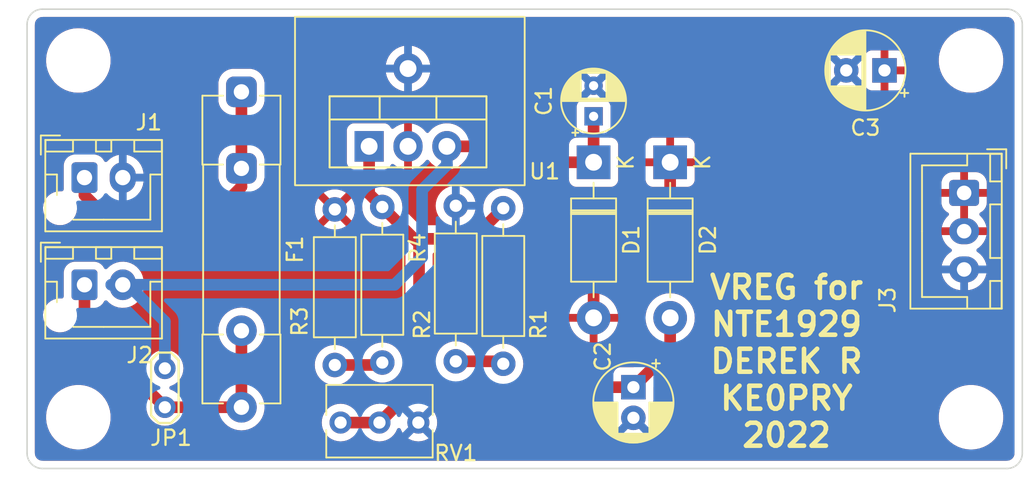
<source format=kicad_pcb>
(kicad_pcb (version 20211014) (generator pcbnew)
  (layers (0 "F.Cu" signal) (31 "B.Cu" signal) (34 "B.Paste" user) (35 "F.Paste" user) (36 "B.SilkS" user "B.Silkscreen") (37 "F.SilkS" user "F.Silkscreen") (38 "B.Mask" user) (39 "F.Mask" user) (44 "Edge.Cuts" user))
  (net 0 "")
  (net 1 "VDC")
  (net 2 "GND")
  (net 3 "Net-(C2-Pad1)")
  (net 4 "+5V")
  (net 5 "Net-(R1-Pad2)")
  (net 6 "Net-(R3-Pad2)")
  (net 7 "Net-(F1-Pad1)")
  (net 8 "Net-(F1-Pad2)")
  (footprint "TestPoint:TestPoint_2Pads_Pitch2.54mm_Drill0.8mm" (layer "F.Cu") (at 109 126 90)
    (fp_text reference "JP1" (at -2 0.4 180) (layer "F.SilkS"))
    (fp_text value "Jumper_2_Open")
    (pad "1" thru_hole circle (at 0 0 90) (size 1.4 1.4) (drill 0.8) (layers *.Cu *.Mask) (net 8 "Net-(F1-Pad2)"))
    (pad "2" thru_hole circle (at 2.54 0 90) (size 1.4 1.4) (drill 0.8) (layers *.Cu *.Mask) (net 1 "VDC"))
  )
  (footprint "Diode_THT:D_DO-41_SOD81_P10.16mm_Horizontal" (layer "F.Cu") (at 142 110 -90)
    (fp_text reference "D2" (at 5.08 -2.47 90) (layer "F.SilkS"))
    (fp_text value "1N4002")
    (fp_text user "K" (at 0 -2.1 90) (layer "F.SilkS"))
    (pad "1" thru_hole rect (at 0 0 270) (size 2.2 2.2) (drill 1.1) (layers *.Cu *.Mask) (net 4 "+5V"))
    (pad "2" thru_hole oval (at 10.16 0 270) (size 2.2 2.2) (drill 1.1) (layers *.Cu *.Mask) (net 3 "Net-(C2-Pad1)"))
  )
  (footprint "Resistor_THT:R_Axial_DIN0207_L6.3mm_D2.5mm_P10.16mm_Horizontal" (layer "F.Cu") (at 131.1 113 -90)
    (fp_text reference "R1" (at 7.6 -2.3 90) (layer "F.SilkS"))
    (fp_text value "680")
    (pad "1" thru_hole circle (at 0 0 270) (size 1.6 1.6) (drill 0.8) (layers *.Cu *.Mask) (net 3 "Net-(C2-Pad1)"))
    (pad "2" thru_hole oval (at 10.16 0 270) (size 1.6 1.6) (drill 0.8) (layers *.Cu *.Mask) (net 5 "Net-(R1-Pad2)"))
  )
  (footprint "Resistor_THT:R_Axial_DIN0207_L6.3mm_D2.5mm_P10.16mm_Horizontal" (layer "F.Cu") (at 123.2 123.08 90)
    (fp_text reference "R4" (at 7.48 2.3 90) (layer "F.SilkS"))
    (fp_text value "22")
    (pad "1" thru_hole circle (at 0 0 90) (size 1.6 1.6) (drill 0.8) (layers *.Cu *.Mask) (net 6 "Net-(R3-Pad2)"))
    (pad "2" thru_hole oval (at 10.16 0 90) (size 1.6 1.6) (drill 0.8) (layers *.Cu *.Mask) (net 3 "Net-(C2-Pad1)"))
  )
  (footprint "Fuse:Fuseholder_Clip-5x20mm_Schurter_CQM_Inline_P20.60x5.00mm_D1.00mm_Horizontal" (layer "F.Cu") (at 114 105.4 -90)
    (fp_text reference "F1" (at 10.3 -3.5 90) (layer "F.SilkS"))
    (fp_text value "Fuse")
    (pad "1" thru_hole roundrect (at 5 0 270) (size 2 2) (drill 1) (layers *.Cu *.Mask) (net 7 "Net-(F1-Pad1)"))
    (pad "1" thru_hole roundrect (at 0 0 270) (size 2 2) (drill 1) (layers *.Cu *.Mask) (net 7 "Net-(F1-Pad1)"))
    (pad "2" thru_hole circle (at 20.6 0 270) (size 2 2) (drill 1) (layers *.Cu *.Mask) (net 8 "Net-(F1-Pad2)"))
    (pad "2" thru_hole circle (at 15.6 0 270) (size 2 2) (drill 1) (layers *.Cu *.Mask) (net 8 "Net-(F1-Pad2)"))
  )
  (footprint "Capacitor_THT:CP_Radial_D5.0mm_P2.00mm" (layer "F.Cu") (at 139.6 124.689776 -90)
    (fp_text reference "C2" (at -2 2 90) (layer "F.SilkS"))
    (fp_text value "10u")
    (pad "1" thru_hole rect (at 0 0 270) (size 1.6 1.6) (drill 0.8) (layers *.Cu *.Mask) (net 3 "Net-(C2-Pad1)"))
    (pad "2" thru_hole circle (at 2 0 270) (size 1.6 1.6) (drill 0.8) (layers *.Cu *.Mask) (net 2 "GND"))
  )
  (footprint "Connector_JST:JST_XH_B2B-XH-AM_1x02_P2.50mm_Vertical" (layer "F.Cu") (at 103.75 111)
    (fp_text reference "J1" (at 4.2 -3.6) (layer "F.SilkS"))
    (fp_text value "Conn_01x02_Male")
    (pad "" np_thru_hole circle (at -1.6 2) (size 1.2 1.2) (drill 1.2) (layers *.Cu *.Mask))
    (pad "1" thru_hole roundrect (at 0 0) (size 1.7 2) (drill 1) (layers *.Cu *.Mask) (roundrect_rratio 0.147059) (net 7 "Net-(F1-Pad1)"))
    (pad "2" thru_hole oval (at 2.5 0) (size 1.7 2) (drill 1) (layers *.Cu *.Mask) (net 2 "GND"))
  )
  (footprint "Diode_THT:D_DO-41_SOD81_P10.16mm_Horizontal" (layer "F.Cu") (at 137 110 -90)
    (fp_text reference "D1" (at 5.08 -2.47 90) (layer "F.SilkS"))
    (fp_text value "1N4002")
    (fp_text user "K" (at 0 -2.1 90) (layer "F.SilkS"))
    (pad "1" thru_hole rect (at 0 0 270) (size 2.2 2.2) (drill 1.1) (layers *.Cu *.Mask) (net 1 "VDC"))
    (pad "2" thru_hole oval (at 10.16 0 270) (size 2.2 2.2) (drill 1.1) (layers *.Cu *.Mask) (net 4 "+5V"))
  )
  (footprint "Resistor_THT:R_Axial_DIN0207_L6.3mm_D2.5mm_P10.16mm_Horizontal" (layer "F.Cu") (at 128 123 90)
    (fp_text reference "R2" (at 2.4 -2.2 90) (layer "F.SilkS"))
    (fp_text value "47")
    (pad "1" thru_hole circle (at 0 0 90) (size 1.6 1.6) (drill 0.8) (layers *.Cu *.Mask) (net 5 "Net-(R1-Pad2)"))
    (pad "2" thru_hole oval (at 10.16 0 90) (size 1.6 1.6) (drill 0.8) (layers *.Cu *.Mask) (net 2 "GND"))
  )
  (footprint "MountingHole:MountingHole_3.2mm_M3" (layer "F.Cu") (at 161.65 103.35)
    (fp_text reference "H2" hide)
    (fp_text value "MountingHole" hide)
    (pad "" np_thru_hole circle locked (at 0 0) (size 3.2 3.2) (drill 3.2) (layers *.Cu *.Mask))
  )
  (footprint "Connector_JST:JST_XH_B2B-XH-AM_1x02_P2.50mm_Vertical" (layer "F.Cu") (at 103.75 118)
    (fp_text reference "J2" (at 3.6 4.6) (layer "F.SilkS"))
    (fp_text value "Conn_01x02_Male")
    (pad "" np_thru_hole circle (at -1.6 2) (size 1.2 1.2) (drill 1.2) (layers *.Cu *.Mask))
    (pad "1" thru_hole roundrect (at 0 0) (size 1.7 2) (drill 1) (layers *.Cu *.Mask) (roundrect_rratio 0.147059) (net 8 "Net-(F1-Pad2)"))
    (pad "2" thru_hole oval (at 2.5 0) (size 1.7 2) (drill 1) (layers *.Cu *.Mask) (net 1 "VDC"))
  )
  (footprint "Potentiometer_THT:Potentiometer_Bourns_3266Y_Vertical" (layer "F.Cu") (at 120.475 127 180)
    (fp_text reference "RV1" (at -7.525 -2) (layer "F.SilkS"))
    (fp_text value "10K")
    (pad "1" thru_hole circle (at 0 0 180) (size 1.44 1.44) (drill 0.8) (layers *.Cu *.Mask) (net 3 "Net-(C2-Pad1)"))
    (pad "2" thru_hole circle (at -2.54 0 180) (size 1.44 1.44) (drill 0.8) (layers *.Cu *.Mask) (net 3 "Net-(C2-Pad1)"))
    (pad "3" thru_hole circle (at -5.08 0 180) (size 1.44 1.44) (drill 0.8) (layers *.Cu *.Mask) (net 2 "GND"))
  )
  (footprint "Project_Custom:Heatsink_TO-220-3_Vertical_Amazon_B078ZXZ1GN" (layer "F.Cu") (at 122.34 108.96)
    (fp_text reference "HS1" hide)
    (fp_text value "Heatsink_Pad")
    (pad "1" thru_hole oval (at 2.54 -5.08) (size 1.905 2) (drill 1.1) (layers *.Cu *.Mask) (net 2 "GND"))
  )
  (footprint "Capacitor_THT:CP_Radial_D4.0mm_P2.00mm" (layer "F.Cu") (at 137 107 90)
    (fp_text reference "C1" (at 1 -3.25 90) (layer "F.SilkS"))
    (fp_text value "0.1u")
    (pad "1" thru_hole rect (at 0 0 90) (size 1.2 1.2) (drill 0.6) (layers *.Cu *.Mask) (net 1 "VDC"))
    (pad "2" thru_hole circle (at 2 0 90) (size 1.2 1.2) (drill 0.6) (layers *.Cu *.Mask) (net 2 "GND"))
  )
  (footprint "MountingHole:MountingHole_3.2mm_M3" (layer "F.Cu") (at 103.35 103.35)
    (fp_text reference "H1" hide)
    (fp_text value "MountingHole" hide)
    (pad "" np_thru_hole circle locked (at 0 0) (size 3.2 3.2) (drill 3.2) (layers *.Cu *.Mask))
  )
  (footprint "MountingHole:MountingHole_3.2mm_M3" (layer "F.Cu") (at 103.35 126.65)
    (fp_text reference "H3" hide)
    (fp_text value "MountingHole" hide)
    (pad "" np_thru_hole circle locked (at 0 0) (size 3.2 3.2) (drill 3.2) (layers *.Cu *.Mask))
  )
  (footprint "Resistor_THT:R_Axial_DIN0207_L6.3mm_D2.5mm_P10.16mm_Horizontal" (layer "F.Cu") (at 120.1 113.08 -90)
    (fp_text reference "R3" (at 7.32 2.3 90) (layer "F.SilkS"))
    (fp_text value "220")
    (pad "1" thru_hole circle (at 0 0 270) (size 1.6 1.6) (drill 0.8) (layers *.Cu *.Mask) (net 4 "+5V"))
    (pad "2" thru_hole oval (at 10.16 0 270) (size 1.6 1.6) (drill 0.8) (layers *.Cu *.Mask) (net 6 "Net-(R3-Pad2)"))
  )
  (footprint "MountingHole:MountingHole_3.2mm_M3" (layer "F.Cu") (at 161.65 126.65)
    (fp_text reference "H4" hide)
    (fp_text value "MountingHole" hide)
    (pad "" np_thru_hole circle locked (at 0 0) (size 3.2 3.2) (drill 3.2) (layers *.Cu *.Mask))
  )
  (footprint "Connector_JST:JST_XH_B3B-XH-A_1x03_P2.50mm_Vertical" (layer "F.Cu") (at 161.2 112 -90)
    (fp_text reference "J3" (at 7 5 90) (layer "F.SilkS"))
    (fp_text value "Conn_01x03_Male")
    (pad "1" thru_hole roundrect (at 0 0 270) (size 1.7 1.95) (drill 0.95) (layers *.Cu *.Mask) (roundrect_rratio 0.147059) (net 4 "+5V"))
    (pad "2" thru_hole oval (at 2.5 0 270) (size 1.7 1.95) (drill 0.95) (layers *.Cu *.Mask) (net 4 "+5V"))
    (pad "3" thru_hole oval (at 5 0 270) (size 1.7 1.95) (drill 0.95) (layers *.Cu *.Mask) (net 2 "GND"))
  )
  (footprint "Capacitor_THT:CP_Radial_D5.0mm_P2.50mm" (layer "F.Cu") (at 156 104 180)
    (fp_text reference "C3" (at 1.25 -3.75) (layer "F.SilkS"))
    (fp_text value "1u")
    (pad "1" thru_hole rect (at 0 0 180) (size 1.6 1.6) (drill 0.8) (layers *.Cu *.Mask) (net 4 "+5V"))
    (pad "2" thru_hole circle (at 2.5 0 180) (size 1.6 1.6) (drill 0.8) (layers *.Cu *.Mask) (net 2 "GND"))
  )
  (footprint "Package_TO_SOT_THT:TO-220-3_Vertical" (layer "F.Cu") (at 122.34 108.96)
    (fp_text reference "U1" (at 11.46 1.64) (layer "F.SilkS"))
    (fp_text value "LM317_TO-220")
    (pad "1" thru_hole rect (at 0 0) (size 1.905 2) (drill 1.1) (layers *.Cu *.Mask) (net 3 "Net-(C2-Pad1)"))
    (pad "2" thru_hole oval (at 2.54 0) (size 1.905 2) (drill 1.1) (layers *.Cu *.Mask) (net 4 "+5V"))
    (pad "3" thru_hole oval (at 5.08 0) (size 1.905 2) (drill 1.1) (layers *.Cu *.Mask) (net 1 "VDC"))
  )
  (gr_line locked (start 164 130) (end 101 130) (layer "Edge.Cuts") (width 0.1))
  (gr_arc locked (start 101 129.999998) (mid 100.292893 129.707105) (end 100 128.999998) (layer "Edge.Cuts") (width 0.1))
  (gr_line locked (start 101 100) (end 164 100) (layer "Edge.Cuts") (width 0.1))
  (gr_arc locked (start 100 101) (mid 100.292893 100.292893) (end 101 100) (layer "Edge.Cuts") (width 0.1))
  (gr_arc locked (start 164.999998 128.999998) (mid 164.707105 129.707105) (end 163.999998 129.999998) (layer "Edge.Cuts") (width 0.1))
  (gr_arc locked (start 164 100) (mid 164.707107 100.292893) (end 165 101) (layer "Edge.Cuts") (width 0.1))
  (gr_line locked (start 100 129) (end 100 101) (layer "Edge.Cuts") (width 0.1))
  (gr_line locked (start 165 101) (end 165 129) (layer "Edge.Cuts") (width 0.1))
  (gr_text "VREG for\nNTE1929\nDEREK R\nKE0PRY\n2022" (at 149.6 123) (layer "F.SilkS") (effects (font (size 1.5 1.5) (thickness 0.3))))
  (segment (start 127.42 108.96) (end 131.56 108.96) (width 0.76) (layer "F.Cu") (net 1))
  (segment (start 137 110) (end 137 107) (width 0.76) (layer "F.Cu") (net 1))
  (segment (start 131.56 108.96) (end 132.6 110) (width 0.76) (layer "F.Cu") (net 1))
  (segment (start 132.6 110) (end 137 110) (width 0.76) (layer "F.Cu") (net 1))
  (segment (start 127.42 108.96) (end 127.42 110.18) (width 0.76) (layer "B.Cu") (net 1))
  (segment (start 106.6 118) (end 109 120.4) (width 0.76) (layer "B.Cu") (net 1))
  (segment (start 127.42 110.18) (end 125.8 111.8) (width 0.76) (layer "B.Cu") (net 1))
  (segment (start 124 118) (end 105.5 118) (width 0.76) (layer "B.Cu") (net 1))
  (segment (start 109 120.4) (end 109 123.46) (width 0.76) (layer "B.Cu") (net 1))
  (segment (start 125.8 116.2) (end 124 118) (width 0.76) (layer "B.Cu") (net 1))
  (segment (start 105.5 118) (end 106.6 118) (width 0.76) (layer "B.Cu") (net 1))
  (segment (start 125.8 111.8) (end 125.8 116.2) (width 0.76) (layer "B.Cu") (net 1))
  (segment (start 135.6 125) (end 125.2 125) (width 0.76) (layer "F.Cu") (net 3))
  (segment (start 122.34 108.96) (end 122.34 112.06) (width 0.76) (layer "F.Cu") (net 3))
  (segment (start 139.6 124.689776) (end 135.910224 124.689776) (width 0.76) (layer "F.Cu") (net 3))
  (segment (start 125.1075 124.9075) (end 125.6 124.415) (width 0.76) (layer "F.Cu") (net 3))
  (segment (start 129.1 115) (end 131.1 113) (width 0.76) (layer "F.Cu") (net 3))
  (segment (start 125.28 115) (end 129.1 115) (width 0.76) (layer "F.Cu") (net 3))
  (segment (start 135.910224 124.689776) (end 135.6 125) (width 0.76) (layer "F.Cu") (net 3))
  (segment (start 125.6 124.415) (end 125.6 115.32) (width 0.76) (layer "F.Cu") (net 3))
  (segment (start 142 122.289776) (end 139.6 124.689776) (width 0.76) (layer "F.Cu") (net 3))
  (segment (start 122.34 112.06) (end 123.2 112.92) (width 0.76) (layer "F.Cu") (net 3))
  (segment (start 123.015 127) (end 125.1075 124.9075) (width 0.76) (layer "F.Cu") (net 3))
  (segment (start 142 120.16) (end 142 122.289776) (width 0.76) (layer "F.Cu") (net 3))
  (segment (start 120.475 127) (end 123.015 127) (width 0.76) (layer "F.Cu") (net 3))
  (segment (start 125.2 125) (end 125.1075 124.9075) (width 0.76) (layer "F.Cu") (net 3))
  (segment (start 123.2 112.92) (end 125.28 115) (width 0.76) (layer "F.Cu") (net 3))
  (segment (start 125.6 115.32) (end 125.28 115) (width 0.76) (layer "F.Cu") (net 3))
  (segment (start 137 118) (end 142 113) (width 0.76) (layer "F.Cu") (net 4))
  (segment (start 137 120.16) (end 137 118) (width 0.76) (layer "F.Cu") (net 4))
  (segment (start 142 113) (end 142 110) (width 0.76) (layer "F.Cu") (net 4))
  (segment (start 128 123) (end 130.94 123) (width 0.76) (layer "F.Cu") (net 5))
  (segment (start 130.94 123) (end 131.1 123.16) (width 0.76) (layer "F.Cu") (net 5))
  (segment (start 120.1 123.24) (end 123.04 123.24) (width 0.76) (layer "F.Cu") (net 6))
  (segment (start 123.04 123.24) (end 123.2 123.08) (width 0.76) (layer "F.Cu") (net 6))
  (segment (start 114 110.4) (end 114 111.6) (width 0.76) (layer "F.Cu") (net 7))
  (segment (start 114 105.4) (end 114 110.4) (width 0.76) (layer "F.Cu") (net 7))
  (segment (start 114 111.6) (end 112.4 113.2) (width 0.76) (layer "F.Cu") (net 7))
  (segment (start 103.75 111) (end 103.75 112.15) (width 0.76) (layer "F.Cu") (net 7))
  (segment (start 103.75 112.15) (end 104.8 113.2) (width 0.76) (layer "F.Cu") (net 7))
  (segment (start 104.8 113.2) (end 112.4 113.2) (width 0.76) (layer "F.Cu") (net 7))
  (segment (start 109 126) (end 114 126) (width 0.76) (layer "F.Cu") (net 8))
  (segment (start 103.75 118) (end 103.75 120.75) (width 0.76) (layer "F.Cu") (net 8))
  (segment (start 103.75 120.75) (end 109 126) (width 0.76) (layer "F.Cu") (net 8))
  (segment (start 114 121) (end 114 126) (width 0.76) (layer "F.Cu") (net 8))
  (zone (net 4) (net_name "+5V") (layer "F.Cu") (connect_pads (clearance 0.508)) (min_thickness 0.254) (fill yes (thermal_gap 0.508) (thermal_bridge_width 0.508))
    (polygon (pts (xy 165 130) (xy 100 130) (xy 100 100) (xy 165 100)))
  )
  (zone (net 2) (net_name "GND") (layer "B.Cu") (connect_pads (clearance 0.508)) (min_thickness 0.254) (fill yes (thermal_gap 0.508) (thermal_bridge_width 0.508))
    (polygon (pts (xy 165 130) (xy 100 130) (xy 100 100) (xy 165 100)))
  )
)
</source>
